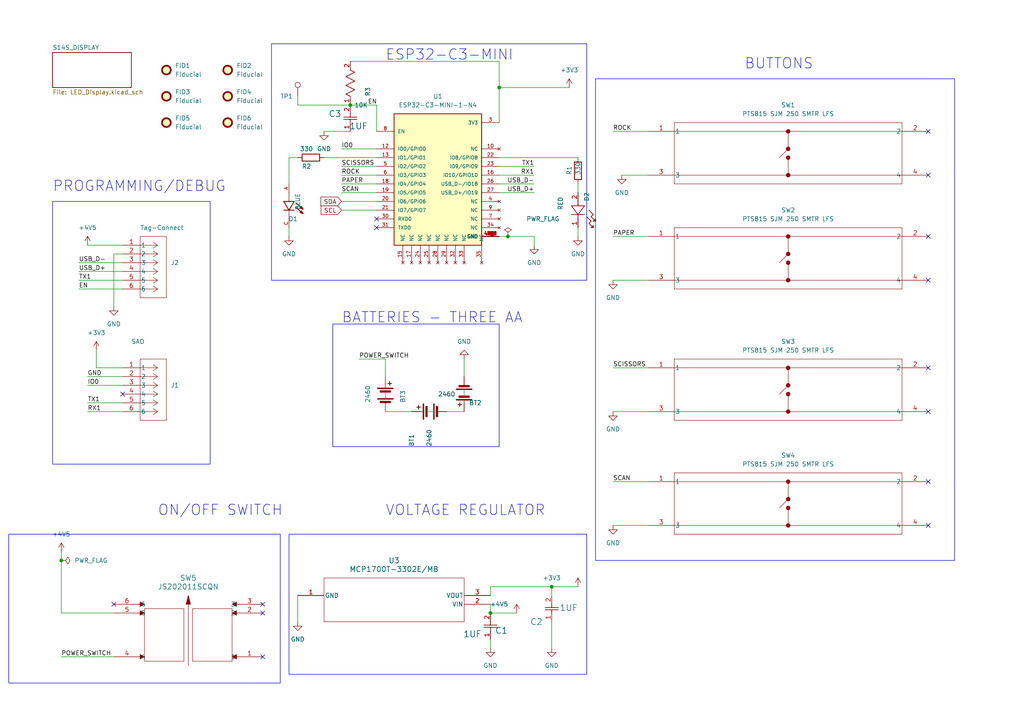
<source format=kicad_sch>
(kicad_sch (version 20240101) (generator "eeschema") (generator_version "8.99")
  (paper "A4")
  (title_block (title "BSides Badge San Diego 2024") (date "2023-12-12") (rev "rps_v4.0.0") (company "Somerset Recon"))
  (lib_symbols
    (symbol "PTS815_SJM_250_SMTR_LFS_1" (pin_names (offset 0.254))
      (property "Reference" "SW" (at 40.64 7.62 0))
      (property "Value" "PTS815 SJM 250 SMTR LFS" (at 40.64 5.08 0))
      (symbol "PTS815_SJM_250_SMTR_LFS_1_1_1"
        (pin passive line (at 0 0 0) (length 7.62) (name "1") (number "1"))
        (pin passive line (at 81.28 0 180) (length 7.62) (name "2") (number "2"))
        (pin passive line (at 0 -12.7 0) (length 7.62) (name "3") (number "3"))
        (pin passive line (at 81.28 -12.7 180) (length 7.62) (name "4") (number "4"))
      )
    )
    (symbol "PTS815_SJM_250_SMTR_LFS_2" (pin_names (offset 0.254))
      (property "Reference" "SW" (at 40.64 7.62 0))
      (property "Value" "PTS815 SJM 250 SMTR LFS" (at 40.64 5.08 0))
      (symbol "PTS815_SJM_250_SMTR_LFS_2_1_1"
        (pin passive line (at 0 0 0) (length 7.62) (name "1") (number "1"))
        (pin passive line (at 81.28 0 180) (length 7.62) (name "2") (number "2"))
        (pin passive line (at 0 -12.7 0) (length 7.62) (name "3") (number "3"))
        (pin passive line (at 81.28 -12.7 180) (length 7.62) (name "4") (number "4"))
      )
    )
    (symbol "PTS815_SJM_250_SMTR_LFS_3" (pin_names (offset 0.254))
      (property "Reference" "SW" (at 40.64 7.62 0))
      (property "Value" "PTS815 SJM 250 SMTR LFS" (at 40.64 5.08 0))
      (symbol "PTS815_SJM_250_SMTR_LFS_3_1_1"
        (pin passive line (at 0 0 0) (length 7.62) (name "1") (number "1"))
        (pin passive line (at 81.28 0 180) (length 7.62) (name "2") (number "2"))
        (pin passive line (at 0 -12.7 0) (length 7.62) (name "3") (number "3"))
        (pin passive line (at 81.28 -12.7 180) (length 7.62) (name "4") (number "4"))
      )
    )
    (symbol "rps_v4.0.0_symbols_library:+3V3" (power) (pin_names (offset 0))
      (property "Value" "+3V3" (at 0 5.08 0))
      (symbol "+3V3_1_1"
        (pin power_in line (at 0 0 90) (length 0) hide (name "+3V3") (number "1"))
      )
    )
    (symbol "rps_v4.0.0_symbols_library:+4V5" (power) (pin_names (offset 0))
      (property "Value" "+4V5" (at 0 5.08 0))
      (symbol "+4V5_1_1"
        (pin power_in line (at 0 0 90) (length 0) hide (name "+4V5") (number "1"))
      )
    )
    (symbol "rps_v4.0.0_symbols_library:2460_AA_Battery_Holder" (pin_numbers hide) (pin_names (offset 0) hide)
      (property "Reference" "BT301" (at 3.81 1.8415 0))
      (property "Value" "2460_AA_Battery_Holder" (at 3.81 -0.6985 0))
      (symbol "2460_AA_Battery_Holder_1_1"
        (pin passive line (at 0 5.08 270) (length 2.54) (name "+") (number "1"))
        (pin passive line (at 0 -5.08 90) (length 2.54) (name "-") (number "2"))
      )
    )
    (symbol "rps_v4.0.0_symbols_library:CAP_0603_1UF" (pin_names (offset 0.254))
      (property "Reference" "C" (at 3.81 3.81 0))
      (property "Value" "1UF" (at 3.81 -3.81 0))
      (symbol "CAP_0603_1UF_1_1"
        (pin passive line (at 0 0 0) (length 2.54) (name "") (number "1"))
        (pin passive line (at 7.62 0 180) (length 2.54) (name "") (number "2"))
      )
      (symbol "CAP_0603_1UF_1_2"
        (pin unspecified line (at 0 0 270) (length 2.54) (name "") (number "1"))
        (pin unspecified line (at 0 -7.62 90) (length 2.54) (name "") (number "2"))
      )
    )
    (symbol "rps_v4.0.0_symbols_library:CONN_02x03_SFH11-PBPC-D03-ST-BK" (pin_names (offset 0.254))
      (property "Reference" "J1" (at 13.97 -5.08 0))
      (property "Value" "Conn_02x03_Counter_Clockwise_MountingPin" (at 2.54 7.62 0))
      (symbol "CONN_02x03_SFH11-PBPC-D03-ST-BK_1_1"
        (pin power_in line (at 0 0 0) (length 5.08) (name "1") (number "1"))
        (pin power_in line (at 0 -2.54 0) (length 5.08) (name "2") (number "2"))
        (pin bidirectional line (at 0 -5.08 0) (length 5.08) (name "3") (number "3"))
        (pin bidirectional line (at 0 -7.62 0) (length 5.08) (name "4") (number "4"))
        (pin bidirectional line (at 0 -10.16 0) (length 5.08) (name "5") (number "5"))
        (pin bidirectional line (at 0 -12.7 0) (length 5.08) (name "6") (number "6"))
      )
    )
    (symbol "rps_v4.0.0_symbols_library:ESP32-C3-MINI-1-N4" (pin_names (offset 1.016))
      (property "Reference" "U" (at -12.7 18.796 0))
      (property "Value" "ESP32-C3-MINI-1-N4" (at -10.16 20.32 0))
      (symbol "ESP32-C3-MINI-1-N4_0_0"
        (pin power_in line (at 17.78 -17.78 180) (length 5.08) (name "GND") (number "14"))
        (pin power_in line (at 17.78 -17.78 180) (length 5.08) (name "GND") (number "11"))
        (pin power_in line (at 17.78 -17.78 180) (length 5.08) (name "GND") (number "2"))
        (pin power_in line (at 17.78 15.24 180) (length 5.08) (name "3V3") (number "3"))
        (pin power_in line (at 17.78 -17.78 180) (length 5.08) (name "GND") (number "38"))
        (pin power_in line (at 17.78 -17.78 180) (length 5.08) (name "GND") (number "41"))
        (pin power_in line (at 17.78 -17.78 180) (length 5.08) (name "GND") (number "42"))
        (pin power_in line (at 17.78 -17.78 180) (length 5.08) (name "GND") (number "48"))
        (pin power_in line (at 17.78 -17.78 180) (length 5.08) (name "GND") (number "37"))
        (pin power_in line (at 17.78 -17.78 180) (length 5.08) (name "GND") (number "49_2"))
        (pin power_in line (at 17.78 -17.78 180) (length 5.08) (name "GND") (number "49_5"))
        (pin power_in line (at 17.78 -17.78 180) (length 5.08) (name "GND") (number "49_6"))
        (pin power_in line (at 17.78 -17.78 180) (length 5.08) (name "GND") (number "49_7"))
        (pin power_in line (at 17.78 -17.78 180) (length 5.08) (name "GND") (number "52"))
        (pin power_in line (at 17.78 -17.78 180) (length 5.08) (name "GND") (number "49_1"))
        (pin power_in line (at 17.78 -17.78 180) (length 5.08) (name "GND") (number "36"))
        (pin power_in line (at 17.78 -17.78 180) (length 5.08) (name "GND") (number "43"))
        (pin power_in line (at 17.78 -17.78 180) (length 5.08) (name "GND") (number "44"))
        (pin power_in line (at 17.78 -17.78 180) (length 5.08) (name "GND") (number "46"))
        (pin power_in line (at 17.78 -17.78 180) (length 5.08) (name "GND") (number "49_8"))
        (pin power_in line (at 17.78 -17.78 180) (length 5.08) (name "GND") (number "49_3"))
        (pin power_in line (at 17.78 -17.78 180) (length 5.08) (name "GND") (number "49_9"))
        (pin power_in line (at 17.78 -17.78 180) (length 5.08) (name "GND") (number "40"))
        (pin power_in line (at 17.78 -17.78 180) (length 5.08) (name "GND") (number "39"))
        (pin power_in line (at 17.78 -17.78 180) (length 5.08) (name "GND") (number "49_4"))
        (pin power_in line (at 17.78 -17.78 180) (length 5.08) (name "GND") (number "50"))
        (pin power_in line (at 17.78 -17.78 180) (length 5.08) (name "GND") (number "51"))
        (pin power_in line (at 17.78 -17.78 180) (length 5.08) (name "GND") (number "47"))
        (pin power_in line (at 17.78 -17.78 180) (length 5.08) (name "GND") (number "53"))
        (pin bidirectional line (at -17.78 -12.7 0) (length 5.08) (name "RXD0") (number "30"))
        (pin bidirectional line (at -17.78 -15.24 0) (length 5.08) (name "TXD0") (number "31"))
        (pin power_in line (at 17.78 -17.78 180) (length 5.08) (name "GND") (number "45"))
        (pin input line (at -17.78 12.7 0) (length 5.08) (name "EN") (number "8"))
      )
      (symbol "ESP32-C3-MINI-1-N4_1_0"
        (pin no_connect line (at 17.78 7.62 180) (length 5.08) (name "NC") (number "10"))
        (pin bidirectional line (at 17.78 5.08 180) (length 5.08) (name "IO8/GPIO8") (number "22"))
        (pin bidirectional line (at 17.78 2.54 180) (length 5.08) (name "IO9/GPIO9") (number "23"))
        (pin bidirectional line (at 17.78 0 180) (length 5.08) (name "IO10/GPIO10") (number "16"))
        (pin bidirectional line (at 17.78 -2.54 180) (length 5.08) (name "USB_D-/IO18") (number "26"))
        (pin bidirectional line (at 17.78 -5.08 180) (length 5.08) (name "USB_D+/IO19") (number "27"))
        (pin no_connect line (at 17.78 -7.62 180) (length 5.08) (name "NC") (number "4"))
        (pin no_connect line (at 17.78 -15.24 180) (length 5.08) (name "NC") (number "34"))
        (pin power_in line (at 17.78 -17.78 180) (length 5.08) (name "GND") (number "1"))
        (pin no_connect line (at 12.7 -25.4 90) (length 5.08) (name "NC") (number "35"))
        (pin no_connect line (at 7.62 -25.4 90) (length 5.08) (name "NC") (number "33"))
        (pin no_connect line (at 5.08 -25.4 90) (length 5.08) (name "NC") (number "32"))
        (pin no_connect line (at 2.54 -25.4 90) (length 5.08) (name "NC") (number "29"))
        (pin no_connect line (at 0 -25.4 90) (length 5.08) (name "NC") (number "28"))
        (pin no_connect line (at -2.54 -25.4 90) (length 5.08) (name "NC") (number "25"))
        (pin no_connect line (at -5.08 -25.4 90) (length 5.08) (name "NC") (number "24"))
        (pin no_connect line (at -7.62 -25.4 90) (length 5.08) (name "NC") (number "17"))
        (pin no_connect line (at -10.16 -25.4 90) (length 5.08) (name "NC") (number "15"))
        (pin bidirectional line (at -17.78 7.62 0) (length 5.08) (name "IO0/GPIO0") (number "12"))
        (pin bidirectional line (at -17.78 5.08 0) (length 5.08) (name "IO1/GPIO1") (number "13"))
        (pin bidirectional line (at -17.78 2.54 0) (length 5.08) (name "IO2/GPIO2") (number "5"))
        (pin bidirectional line (at -17.78 0 0) (length 5.08) (name "IO3/GPIO3") (number "6"))
        (pin no_connect line (at 17.78 -12.7 180) (length 5.08) (name "NC") (number "7"))
        (pin no_connect line (at 17.78 -10.16 180) (length 5.08) (name "NC") (number "9"))
        (pin bidirectional line (at -17.78 -2.54 0) (length 5.08) (name "IO4/GPIO4") (number "18"))
        (pin bidirectional line (at -17.78 -5.08 0) (length 5.08) (name "IO5/GPIO5") (number "19"))
        (pin bidirectional line (at -17.78 -7.62 0) (length 5.08) (name "IO6/GPIO6") (number "20"))
        (pin bidirectional line (at -17.78 -10.16 0) (length 5.08) (name "IO7/GPIO7") (number "21"))
      )
    )
    (symbol "rps_v4.0.0_symbols_library:Fiducial"
      (property "Reference" "FID" (at 0 5.08 0))
      (property "Value" "Fiducial" (at 0 3.175 0))
    )
    (symbol "rps_v4.0.0_symbols_library:GND" (power) (pin_names (offset 0))
      (property "Value" "GND" (at 0 -5.08 0))
      (symbol "GND_1_1"
        (pin power_in line (at 0 0 270) (length 0) hide (name "GND") (number "1"))
      )
    )
    (symbol "rps_v4.0.0_symbols_library:LED_0805_BLUE" (pin_names (offset 1.016))
      (property "Reference" "D" (at -3.81 4.445 0))
      (property "Value" "LED_0805_BLUE" (at -3.81 -3.81 0))
      (symbol "LED_0805_BLUE_0_0"
        (pin passive line (at -7.62 0 0) (length 2.54) (name "~") (number "A"))
        (pin passive line (at 5.08 0 180) (length 2.54) (name "~") (number "C"))
      )
    )
    (symbol "rps_v4.0.0_symbols_library:LED_0805_RED" (pin_names (offset 0.254))
      (property "Reference" "LED" (at 5.08 -4.445 0))
      (property "Value" "Red_LED_0805" (at 5.08 -7.62 0))
      (symbol "LED_0805_RED_1_1"
        (pin passive line (at 10.16 0 180) (length 2.54) (name "") (number "1"))
        (pin passive line (at 0 0 0) (length 2.54) (name "") (number "2"))
      )
      (symbol "LED_0805_RED_1_2"
        (pin unspecified line (at 0 10.16 270) (length 2.54) (name "") (number "1"))
        (pin unspecified line (at 0 0 90) (length 2.54) (name "") (number "2"))
      )
    )
    (symbol "rps_v4.0.0_symbols_library:MCP1700T-3302E_MB" (pin_names (offset 0.254))
      (property "Reference" "U" (at 27.94 10.16 0))
      (property "Value" "MCP1700T-3302E/MB" (at 27.94 7.62 0))
      (symbol "MCP1700T-3302E_MB_1_1"
        (pin power_in line (at 0 0 0) (length 7.62) (name "GND") (number "1"))
        (pin power_in line (at 55.88 -2.54 180) (length 7.62) (name "VIN") (number "2"))
        (pin power_out line (at 55.88 0 180) (length 7.62) (name "VOUT") (number "3"))
      )
    )
    (symbol "rps_v4.0.0_symbols_library:ON_OFF_6PIN_JS202011SCQN" (pin_names (offset 0.254))
      (property "Reference" "SW" (at 6.985 46.355 0))
      (property "Value" "ON_OFF_6PIN_JS202011SCQN" (at 6.35 31.75 0))
      (symbol "ON_OFF_6PIN_JS202011SCQN_0_1"
        (pin unspecified line (at 12.7 0 90) (length 7.62) (name "2") (number "2"))
        (pin unspecified line (at 15.24 0 90) (length 7.62) (name "3") (number "3"))
        (pin unspecified line (at 15.24 43.18 270) (length 7.62) (name "6") (number "6"))
      )
      (symbol "ON_OFF_6PIN_JS202011SCQN_1_1"
        (pin bidirectional line (at 0 0 90) (length 7.62) (name "1") (number "1"))
        (pin bidirectional line (at 0 43.18 270) (length 7.62) (name "4") (number "4"))
        (pin power_in line (at 12.7 43.18 270) (length 7.62) (name "5") (number "5"))
      )
    )
    (symbol "rps_v4.0.0_symbols_library:PTS815_SJM_250_SMTR_LFS" (pin_names (offset 0.254))
      (property "Reference" "SW" (at 40.64 7.62 0))
      (property "Value" "PTS815 SJM 250 SMTR LFS" (at 40.64 5.08 0))
      (symbol "PTS815_SJM_250_SMTR_LFS_1_1"
        (pin passive line (at 0 0 0) (length 7.62) (name "1") (number "1"))
        (pin passive line (at 81.28 0 180) (length 7.62) (name "2") (number "2"))
        (pin passive line (at 0 -12.7 0) (length 7.62) (name "3") (number "3"))
        (pin passive line (at 81.28 -12.7 180) (length 7.62) (name "4") (number "4"))
      )
    )
    (symbol "rps_v4.0.0_symbols_library:PWR_FLAG" (power) (pin_numbers hide) (pin_names (offset 0) hide)
      (property "Value" "PWR_FLAG" (at 0 5.08 0))
      (symbol "PWR_FLAG_0_0"
        (pin power_out line (at 0 0 90) (length 0) (name "pwr") (number "1"))
      )
    )
    (symbol "rps_v4.0.0_symbols_library:RES_0805_10K" (pin_names (offset 0.254))
      (property "Reference" "R" (at 5.715 3.81 0))
      (property "Value" "10K" (at 6.35 -3.81 0))
      (symbol "RES_0805_10K_1_1"
        (pin passive line (at 0 0 0) (length 2.54) (name "") (number "1"))
        (pin passive line (at 12.7 0 180) (length 2.54) (name "") (number "2"))
      )
      (symbol "RES_0805_10K_1_2"
        (pin unspecified line (at 0 12.7 270) (length 2.54) (name "") (number "1"))
        (pin unspecified line (at 0 0 90) (length 2.54) (name "") (number "2"))
      )
    )
    (symbol "rps_v4.0.0_symbols_library:R_0805" (pin_numbers hide) (pin_names (offset 0))
      (property "Reference" "R6" (at 2.54 -5.08 0))
      (symbol "R_0805_1_1"
        (pin passive line (at 0 0 270) (length 1.27) (name "~") (number "1"))
        (pin passive line (at 0 -7.62 90) (length 1.27) (name "~") (number "2"))
      )
    )
    (symbol "rps_v4.0.0_symbols_library:Tag-Connect" (pin_names (offset 0.254)) (in_bom no)
      (property "Reference" "J" (at 8.89 6.35 0))
      (property "Value" "Tag-Connect" (at 0 7.62 0))
      (symbol "Tag-Connect_1_1"
        (pin power_in line (at 0 0 0) (length 5.08) (name "1") (number "1"))
        (pin power_in line (at 0 -2.54 0) (length 5.08) (name "2") (number "2"))
        (pin bidirectional line (at 0 -5.08 0) (length 5.08) (name "3") (number "3"))
        (pin bidirectional line (at 0 -7.62 0) (length 5.08) (name "4") (number "4"))
        (pin bidirectional line (at 0 -10.16 0) (length 5.08) (name "5") (number "5"))
        (pin bidirectional line (at 0 -12.7 0) (length 5.08) (name "6") (number "6"))
      )
    )
    (symbol "rps_v4.0.0_symbols_library:TestPoint" (pin_numbers hide) (pin_names (offset 0.762) hide)
      (property "Reference" "TP" (at 0 6.858 0))
      (property "Value" "TestPoint" (at 0 5.08 0))
      (symbol "TestPoint_1_1"
        (pin passive line (at 0 0 90) (length 2.54) (name "1") (number "1"))
      )
    )
  )
  (rectangle (start 83.82 154.94) (end 170.18 195.58))
  (rectangle (start 15.24 58.42) (end 60.96 134.62))
  (rectangle (start 172.72 22.86) (end 276.86 162.56))
  (rectangle (start 78.74 12.7) (end 170.18 81.28))
  (rectangle (start 2.54 154.94) (end 81.28 198.12))
  (rectangle (start 96.52 93.98) (end 144.78 129.54))
  (text "ESP32-C3-MINI" (at 111.76 17.78 0) (effects (font (size 3 3)) (justify left bottom)))
  (text "ON/OFF SWITCH" (at 45.72 149.86 0) (effects (font (size 3 3)) (justify left bottom)))
  (text "VOLTAGE REGULATOR" (at 111.76 149.86 0) (effects (font (size 3 3)) (justify left bottom)))
  (text "BUTTONS" (at 215.9 20.32 0) (effects (font (size 3 3)) (justify left bottom)))
  (text "BATTERIES - THREE AA" (at 99.06 93.98 0) (effects (font (size 3 3)) (justify left bottom)))
  (text "PROGRAMMING/DEBUG" (at 15.24 55.88 0) (effects (font (size 3 3)) (justify left bottom)))
  (text_box "Booting Mode 1\nPin Default SPI Boot Download Boot\nGPIO2 N/A 1 1\nGPIO8 N/A Don't care 1\nGPIO9 Internal pull-up 1 0\nEnabling/Disabling ROM Code Print During Booting\nPin Default Functionality\nGPIO8 N/A\nWhen the value of eFuse field EFUSE_UART_PRINT_CONTROL is\n0 (default), print is enabled and not controlled by GPIO8.\n1, if GPIO8 is 0, print is enabled; if GPIO8 is 1, it is disabled.\n2, if GPIO8 is 0, print is disabled; if GPIO8 is 1, it is enabled.\n3, print is disabled and not controlled by GPIO8." (at -165.1 20.32 0) (size 71.12 33.02) (margins 0.9525 0.9525 0.9525 0.9525) (effects (font (size 1.27 1.27)) (justify left top)))
  (junction (at 144.78 25.4))
  (junction (at 142.24 177.8))
  (junction (at 17.78 162.56))
  (junction (at 101.6 30.48))
  (junction (at 160.02 170.18))
  (junction (at 147.32 68.58))
  (no_connect (at 269.24 50.8))
  (no_connect (at 269.24 81.28))
  (no_connect (at 33.02 175.26))
  (no_connect (at 76.2 177.8))
  (no_connect (at 76.2 190.5))
  (no_connect (at 76.2 175.26))
  (no_connect (at 269.24 68.58))
  (no_connect (at 269.24 119.38))
  (no_connect (at 269.24 106.68))
  (no_connect (at 109.22 63.5))
  (no_connect (at 35.56 114.3))
  (no_connect (at 269.24 38.1))
  (no_connect (at 269.24 152.4))
  (no_connect (at 109.22 66.04))
  (no_connect (at 269.24 139.7))
  (wire (pts (xy 22.86 78.74) (xy 35.56 78.74)))
  (wire (pts (xy 144.78 50.8) (xy 154.94 50.8)))
  (wire (pts (xy 177.8 139.7) (xy 187.96 139.7)))
  (wire (pts (xy 93.98 45.72) (xy 109.22 45.72)))
  (wire (pts (xy 86.36 30.48) (xy 101.6 30.48)))
  (wire (pts (xy 144.78 25.4) (xy 165.1 25.4)))
  (wire (pts (xy 25.4 109.22) (xy 35.56 109.22)))
  (wire (pts (xy 160.02 187.96) (xy 160.02 180.34)))
  (wire (pts (xy 101.6 17.78) (xy 144.78 17.78)))
  (wire (pts (xy 25.4 119.38) (xy 35.56 119.38)))
  (wire (pts (xy 99.06 55.88) (xy 109.22 55.88)))
  (wire (pts (xy 99.06 43.18) (xy 109.22 43.18)))
  (wire (pts (xy 93.98 38.1) (xy 101.6 38.1)))
  (wire (pts (xy 177.8 106.68) (xy 187.96 106.68)))
  (wire (pts (xy 27.94 101.6) (xy 27.94 106.68)))
  (wire (pts (xy 99.06 53.34) (xy 109.22 53.34)))
  (wire (pts (xy 17.78 160.02) (xy 17.78 162.56)))
  (wire (pts (xy 142.24 170.18) (xy 142.24 172.72)))
  (wire (pts (xy 144.78 55.88) (xy 154.94 55.88)))
  (wire (pts (xy 154.94 68.58) (xy 154.94 71.12)))
  (wire (pts (xy 22.86 83.82) (xy 35.56 83.82)))
  (wire (pts (xy 180.34 50.8) (xy 187.96 50.8)))
  (wire (pts (xy 111.76 119.38) (xy 119.38 119.38)))
  (wire (pts (xy 99.06 48.26) (xy 109.22 48.26)))
  (wire (pts (xy 25.4 71.12) (xy 35.56 71.12)))
  (wire (pts (xy 167.64 66.04) (xy 167.64 68.58)))
  (wire (pts (xy 22.86 81.28) (xy 35.56 81.28)))
  (wire (pts (xy 177.8 119.38) (xy 187.96 119.38)))
  (wire (pts (xy 147.32 68.58) (xy 154.94 68.58)))
  (wire (pts (xy 99.06 50.8) (xy 109.22 50.8)))
  (wire (pts (xy 160.02 170.18) (xy 160.02 172.72)))
  (wire (pts (xy 109.22 58.42) (xy 99.06 58.42)))
  (wire (pts (xy 27.94 106.68) (xy 35.56 106.68)))
  (wire (pts (xy 17.78 177.8) (xy 33.02 177.8)))
  (wire (pts (xy 109.22 60.96) (xy 99.06 60.96)))
  (wire (pts (xy 86.36 27.94) (xy 86.36 30.48)))
  (wire (pts (xy 86.36 180.34) (xy 86.36 172.72)))
  (wire (pts (xy 142.24 177.8) (xy 142.24 175.26)))
  (wire (pts (xy 111.76 109.22) (xy 111.76 104.14)))
  (wire (pts (xy 134.62 109.22) (xy 134.62 104.14)))
  (wire (pts (xy 25.4 111.76) (xy 35.56 111.76)))
  (wire (pts (xy 144.78 45.72) (xy 167.64 45.72)))
  (wire (pts (xy 142.24 187.96) (xy 142.24 185.42)))
  (wire (pts (xy 142.24 177.8) (xy 149.86 177.8)))
  (wire (pts (xy 109.22 30.48) (xy 109.22 38.1)))
  (wire (pts (xy 104.14 104.14) (xy 111.76 104.14)))
  (wire (pts (xy 177.8 38.1) (xy 187.96 38.1)))
  (wire (pts (xy 83.82 66.04) (xy 83.82 68.58)))
  (wire (pts (xy 167.64 55.88) (xy 167.64 53.34)))
  (wire (pts (xy 25.4 116.84) (xy 35.56 116.84)))
  (wire (pts (xy 144.78 25.4) (xy 144.78 35.56)))
  (wire (pts (xy 33.02 190.5) (xy 17.78 190.5)))
  (wire (pts (xy 142.24 170.18) (xy 160.02 170.18)))
  (wire (pts (xy 17.78 162.56) (xy 17.78 177.8)))
  (wire (pts (xy 101.6 30.48) (xy 109.22 30.48)))
  (wire (pts (xy 144.78 53.34) (xy 154.94 53.34)))
  (wire (pts (xy 177.8 81.28) (xy 187.96 81.28)))
  (wire (pts (xy 144.78 17.78) (xy 144.78 25.4)))
  (wire (pts (xy 22.86 76.2) (xy 35.56 76.2)))
  (wire (pts (xy 83.82 45.72) (xy 86.36 45.72)))
  (wire (pts (xy 144.78 48.26) (xy 154.94 48.26)))
  (wire (pts (xy 33.02 73.66) (xy 35.56 73.66)))
  (wire (pts (xy 160.02 170.18) (xy 167.64 170.18)))
  (wire (pts (xy 144.78 68.58) (xy 147.32 68.58)))
  (wire (pts (xy 177.8 68.58) (xy 187.96 68.58)))
  (wire (pts (xy 33.02 73.66) (xy 33.02 88.9)))
  (wire (pts (xy 177.8 152.4) (xy 187.96 152.4)))
  (wire (pts (xy 83.82 45.72) (xy 83.82 53.34)))
  (wire (pts (xy 129.54 119.38) (xy 134.62 119.38)))
  (label "SCISSORS" (at 99.06 48.26 0))
  (label "RX1" (at 25.4 119.38 0))
  (label "PAPER" (at 177.8 68.58 0))
  (label "PAPER" (at 99.06 53.34 0))
  (label "EN" (at 106.68 30.48 0))
  (label "ROCK" (at 177.8 38.1 0))
  (label "TX1" (at 154.94 48.26 180))
  (label "USB_D+" (at 22.86 78.74 0))
  (label "USB_D-" (at 22.86 76.2 0))
  (label "POWER_SWITCH" (at 17.78 190.5 0))
  (label "TX1" (at 25.4 116.84 0))
  (label "GND" (at 25.4 109.22 0))
  (label "SCAN" (at 177.8 139.7 0))
  (label "TX1" (at 22.86 81.28 0))
  (label "SCAN" (at 99.06 55.88 0))
  (label "ROCK" (at 99.06 50.8 0))
  (label "USB_D-" (at 154.94 53.34 180))
  (label "IO0" (at 25.4 111.76 0))
  (label "POWER_SWITCH" (at 104.14 104.14 0))
  (label "USB_D+" (at 154.94 55.88 180))
  (label "RX1" (at 154.94 50.8 180))
  (label "SCISSORS" (at 177.8 106.68 0))
  (label "IO0" (at 99.06 43.18 0))
  (label "EN" (at 22.86 83.82 0))
  (global_label "SCL" (shape input) (at 99.06 60.96 180) (property "Intersheetrefs" "${INTERSHEET_REFS}" (effects (hide yes))))
  (global_label "SDA" (shape input) (at 99.06 58.42 180) (property "Intersheetrefs" "${INTERSHEET_REFS}" (effects (hide yes))))
  (symbol (lib_id "rps_v4.0.0_symbols_library:Fiducial") (at 48.26 35.56 0) (unit 1)
    (property "Reference" "FID5" (at 50.8 34.29 0) (effects (justify left)))
    (property "Value" "Fiducial" (at 50.8 36.83 0) (effects (justify left)))
    (property "Footprint" "rps_v4.0_footprint_library:Fiducial_0.75mm_Mask2.25mm" (effects (hide yes)))
  )
  (symbol (lib_id "rps_v4.0.0_symbols_library:Fiducial") (at 48.26 27.94 0) (unit 1)
    (property "Reference" "FID3" (at 50.8 26.67 0) (effects (justify left)))
    (property "Value" "Fiducial" (at 50.8 29.21 0) (effects (justify left)))
    (property "Footprint" "rps_v4.0_footprint_library:Fiducial_0.75mm_Mask2.25mm" (effects (hide yes)))
  )
  (symbol (lib_id "rps_v4.0.0_symbols_library:GND") (at 86.36 180.34 0) (unit 1)
    (property "Reference" "#PWR019" (effects (hide yes)))
    (property "Value" "GND" (at 86.36 185.42 0))
  )
  (symbol (lib_id "rps_v4.0.0_symbols_library:PWR_FLAG") (at 17.78 162.56 270) (unit 1)
    (property "Reference" "#FLG02" (effects (hide yes)))
    (property "Value" "PWR_FLAG" (at 21.59 162.56 90) (effects (justify left)))
  )
  (symbol (lib_id "rps_v4.0.0_symbols_library:+3V3") (at 167.64 170.18 0) (unit 1)
    (property "Reference" "#PWR023" (effects (hide yes)))
    (property "Value" "+3V3" (at 160.02 167.64 0))
  )
  (symbol (lib_id "rps_v4.0.0_symbols_library:ON_OFF_6PIN_JS202011SCQN") (at 76.2 190.5 90) (unit 1)
    (property "Reference" "SW5" (at 54.61 167.64 90) (effects (font (size 1.524 1.524))))
    (property "Value" "JS202011SCQN" (at 54.61 170.18 90) (effects (font (size 1.524 1.524))))
    (property "Footprint" "rps_v4.0_footprint_library:ON_OFF_SW_JS202011SCQN" (effects (hide yes)))
    (property "Datasheet" "https://www.ckswitches.com/media/1422/js.pdf" (effects (hide yes)))
    (property "Price" ".47" (effects (hide yes)))
    (property "Purchase-URL" "https://www.digikey.com/en/products/detail/c-k/JS202011SCQN/2094299" (effects (hide yes)))
    (property "SnapEDA_Link" "https://www.digikey.com/en/models/2094299" (effects (hide yes)))
  )
  (symbol (lib_id "rps_v4.0.0_symbols_library:Fiducial") (at 66.04 20.32 0) (unit 1)
    (property "Reference" "FID2" (at 68.58 19.05 0) (effects (justify left)))
    (property "Value" "Fiducial" (at 68.58 21.59 0) (effects (justify left)))
    (property "Footprint" "rps_v4.0_footprint_library:Fiducial_0.75mm_Mask2.25mm" (effects (hide yes)))
  )
  (symbol (lib_id "rps_v4.0.0_symbols_library:LED_0805_RED") (at 167.64 55.88 270) (unit 1)
    (property "Reference" "D2" (at 170.18 58.42 0) (effects (justify right)))
    (property "Value" "RED" (at 162.56 60.96 0) (effects (justify right)))
    (property "Footprint" "rps_v4.0_footprint_library:LED_0805_Red" (effects (hide yes)))
    (property "Datasheet" "https://dammedia.osram.info/media/resource/hires/osram-dam-5178068/LS%20R976_EN.pdf" (effects (hide yes)))
    (property "Price" ".063" (effects (hide yes)))
    (property "Purchase-URL" "https://www.digikey.com/en/products/detail/ams-osram-usa-inc/LS-R976-NR-1/1227987" (effects (hide yes)))
    (property "SnapEDA_Link" "https://www.digikey.com/en/models/1227987" (effects (hide yes)))
  )
  (symbol (lib_id "rps_v4.0.0_symbols_library:GND") (at 142.24 187.96 0) (unit 1)
    (property "Reference" "#PWR017" (effects (hide yes)))
    (property "Value" "GND" (at 142.24 193.04 0))
  )
  (symbol (lib_id "rps_v4.0.0_symbols_library:PTS815_SJM_250_SMTR_LFS") (at 187.96 139.7 0) (unit 1)
    (property "Reference" "SW4" (at 228.6 132.08 0))
    (property "Value" "PTS815 SJM 250 SMTR LFS" (at 228.6 134.62 0))
    (property "Footprint" "rps_v4.0_footprint_library:PTS815_button" (effects (hide yes)))
    (property "Datasheet" "https://www.ckswitches.com/media/2728/pts815.pdf" (effects (hide yes)))
    (property "Price" ".12" (effects (hide yes)))
    (property "Purchase-URL" "https://www.digikey.com/en/products/detail/c-k/PTS815-SJM-250-SMTR-LFS/9947846" (effects (hide yes)))
    (property "SnapEDA_Link" "https://www.digikey.com/en/models/9947846" (effects (hide yes)))
    (property "MANUFACTURER" "C&K" (effects (hide yes)))
  )
  (symbol (lib_id "rps_v4.0.0_symbols_library:PWR_FLAG") (at 147.32 68.58 0) (unit 1)
    (property "Reference" "#FLG03" (effects (hide yes)))
    (property "Value" "PWR_FLAG" (at 157.48 63.5 0))
  )
  (symbol (lib_id "rps_v4.0.0_symbols_library:GND") (at 93.98 38.1 0) (unit 1)
    (property "Reference" "#PWR05" (effects (hide yes)))
    (property "Value" "GND" (at 93.98 43.18 0))
  )
  (symbol (lib_id "rps_v4.0.0_symbols_library:+4V5") (at 17.78 160.02 0) (unit 1)
    (property "Reference" "#PWR011" (effects (hide yes)))
    (property "Value" "+4V5" (at 17.78 154.94 0))
  )
  (symbol (lib_id "rps_v4.0.0_symbols_library:GND") (at 160.02 187.96 0) (unit 1)
    (property "Reference" "#PWR012" (effects (hide yes)))
    (property "Value" "GND" (at 160.02 193.04 0))
  )
  (symbol (lib_id "rps_v4.0.0_symbols_library:+4V5") (at 25.4 71.12 0) (unit 1)
    (property "Reference" "#PWR01" (effects (hide yes)))
    (property "Value" "+4V5" (at 25.4 66.04 0))
  )
  (symbol (lib_id "rps_v4.0.0_symbols_library:GND") (at 154.94 71.12 0) (unit 1)
    (property "Reference" "#PWR08" (effects (hide yes)))
    (property "Value" "GND" (at 154.94 76.2 0))
  )
  (symbol (lib_id "rps_v4.0.0_symbols_library:CAP_0603_1UF") (at 101.6 38.1 90) (unit 1)
    (property "Reference" "C3" (at 99.06 33.02 90) (effects (font (size 1.778 1.778)) (justify left)))
    (property "Value" "1UF" (at 106.68 35.56 90) (effects (font (size 1.778 1.778)) (justify left bottom)))
    (property "Footprint" "rps_v4.0_footprint_library:CAP_0603_1UF" (effects (hide yes)))
    (property "Datasheet" "https://mm.digikey.com/Volume0/opasdata/d220001/medias/docus/3584/CL10B105KP8NNNC_Spec.pdf" (effects (hide yes)))
  )
  (symbol (lib_id "rps_v4.0.0_symbols_library:Fiducial") (at 66.04 35.56 0) (unit 1)
    (property "Reference" "FID6" (at 68.58 34.29 0) (effects (justify left)))
    (property "Value" "Fiducial" (at 68.58 36.83 0) (effects (justify left)))
    (property "Footprint" "rps_v4.0_footprint_library:Fiducial_0.75mm_Mask2.25mm" (effects (hide yes)))
  )
  (symbol (lib_id "rps_v4.0.0_symbols_library:Tag-Connect") (at 35.56 71.12 0) (unit 1) (in_bom no)
    (property "Reference" "J2" (at 49.53 76.2 0) (effects (justify left)))
    (property "Value" "Tag-Connect" (at 40.64 66.04 0) (effects (justify left)))
    (property "Footprint" "rps_v4.0_footprint_library:Tag-Connect_TC2030-IDC-NL_2x03_P1.27mm_Vertical" (effects (hide yes)))
    (property "Datasheet" "https://www.tag-connect.com/product/tc2030-idc-nl" (effects (hide yes)))
    (property "Price" "N/A" (effects (hide yes)))
  )
  (symbol (lib_id "rps_v4.0.0_symbols_library:ESP32-C3-MINI-1-N4") (at 127 50.8 0) (unit 1)
    (property "Reference" "U1" (at 127 27.94 0))
    (property "Value" "ESP32-C3-MINI-1-N4" (at 127 30.48 0))
    (property "Footprint" "rps_v4.0_footprint_library:ESP32-C3-MINI-1-N4" (effects (hide yes)))
    (property "Datasheet" "https://www.espressif.com/sites/default/files/documentation/esp32-c3-mini-1_datasheet_en.pdf" (effects (hide yes)))
    (property "Description" "\nBluetooth, WiFi 802.11b/g/n, Bluetooth v5.0 Transceiver Module 2.412GHz ~ 2.484GHz PCB Trace Surface Mount\n" (effects (hide yes)))
    (property "MF" "Espressif Systems" (effects (hide yes)))
    (property "MAXIMUM_PACKAGE_HEIGHT" "2.55mm" (effects (hide yes)))
    (property "Package" "SMD-53 Espressif Systems" (effects (hide yes)))
    (property "Price" "1.80" (effects (hide yes)))
    (property "Check_prices" "https://www.snapeda.com/parts/ESP32-C3-MINI-1-N4/Espressif+Systems/view-part/?ref=eda" (effects (hide yes)))
    (property "STANDARD" "Manufacturer Recommendations" (effects (hide yes)))
    (property "PARTREV" "v1.0" (effects (hide yes)))
    (property "SnapEDA_Link" "https://www.snapeda.com/parts/ESP32-C3-MINI-1-N4/Espressif+Systems/view-part/?ref=snap" (effects (hide yes)))
    (property "MP" "ESP32-C3-MINI-1-N4" (effects (hide yes)))
    (property "Purchase-URL" "https://www.snapeda.com/api/url_track_click_mouser/?unipart_id=5656579&manufacturer=Espressif Systems&part_name=ESP32-C3-MINI-1-N4&search_term=esp32-c3-mini" (effects (hide yes)))
    (property "Availability" "In Stock" (effects (hide yes)))
    (property "MANUFACTURER" "Espressif Systems" (effects (hide yes)))
  )
  (symbol (lib_id "rps_v4.0.0_symbols_library:LED_0805_BLUE") (at 83.82 60.96 270) (unit 1)
    (property "Reference" "D1" (at 86.36 63.5 90) (effects (justify right)))
    (property "Value" "BLUE" (at 86.36 60.96 0) (effects (justify right)))
    (property "Footprint" "rps_v4.0_footprint_library:LED_0805_BLUE" (effects (hide yes)))
    (property "Datasheet" "https://optoelectronics.liteon.com/upload/download/DS22-2000-233/LTST-C171TBKT(0630).pdf" (effects (hide yes)))
    (property "Price" ".11" (effects (hide yes)))
    (property "Purchase-URL" "https://www.digikey.com/en/products/detail/liteon/LTST-C171TBKT/388528" (effects (hide yes)))
    (property "SnapEDA_Link" "https://www.digikey.com/en/models/388528" (effects (hide yes)))
    (property "MF" "Lite-On Inc." (effects (hide yes)))
    (property "DESCRIPTION" "Blue 470nm LED Indication - Discrete 3.3V 0805 (2012 Metric)" (effects (hide yes)))
    (property "PACKAGE" "0805 Lite-On" (effects (hide yes)))
    (property "PRICE" "None" (effects (hide yes)))
    (property "MP" "LTST-C171TBKT" (effects (hide yes)))
    (property "AVAILABILITY" "In Stock" (effects (hide yes)))
    (property "PURCHASE-URL" "https://pricing.snapeda.com/search/part/LTST-C171TBKT/?ref=eda" (effects (hide yes)))
  )
  (symbol (lib_id "rps_v4.0.0_symbols_library:TestPoint") (at 86.36 27.94 0) (unit 1)
    (property "Reference" "TP1" (at 81.28 27.94 0) (effects (justify left)))
    (property "Value" "TestPoint" (effects (hide yes)))
    (property "Footprint" "rps_v4.0_footprint_library:SolderWirePad_1x01_SMD_1x2mm" (effects (hide yes)))
  )
  (symbol (lib_id "rps_v4.0.0_symbols_library:+4V5") (at 149.86 177.8 0) (unit 1)
    (property "Reference" "#PWR021" (effects (hide yes)))
    (property "Value" "+4V5" (at 144.78 175.26 0))
  )
  (symbol (lib_id "rps_v4.0.0_symbols_library:R_0805") (at 93.98 45.72 270) (unit 1)
    (property "Reference" "R2" (at 88.9 48.26 90))
    (property "Value" "330" (at 88.9 43.18 90))
    (property "Footprint" "rps_v4.0_footprint_library:R-0805" (effects (hide yes)))
    (property "Datasheet" "https://www.seielect.com/catalog/sei-rmcf_rmcp.pdf" (effects (hide yes)))
    (property "Price" ".005" (effects (hide yes)))
    (property "Purchase-URL" "https://www.digikey.com/en/products/detail/stackpole-electronics-inc/RMCF0805JT10K0/1757762" (effects (hide yes)))
    (property "SnapEDA_Link" "https://www.digikey.com/en/models/1757762" (effects (hide yes)))
  )
  (symbol (lib_id "rps_v4.0.0_symbols_library:CONN_02x03_SFH11-PBPC-D03-ST-BK") (at 35.56 106.68 0) (unit 1)
    (property "Reference" "J1" (at 49.53 111.76 0) (effects (justify left)))
    (property "Value" "SAO" (at 38.1 99.06 0) (effects (justify left)))
    (property "Footprint" "rps_v4.0_footprint_library:SAO_CONN6_D03-ST-BK_SUL" (effects (hide yes)))
    (property "Datasheet" "https://s3.amazonaws.com/catalogspreads-pdf/PAGE123%20.100%20SFH11%20SERIES%20FEMALE%20HDR%20ST%20RA.pdf" (effects (hide yes)))
    (property "Price" ".42" (effects (hide yes)))
    (property "Purchase-URL" "https://www.digikey.com/en/products/detail/sullins-connector-solutions/SFH11-NBPC-D03-ST-BK/4558818" (effects (hide yes)))
    (property "SnapEDA_Link" "https://www.digikey.com/en/models/4558878" (effects (hide yes)))
  )
  (symbol (lib_id "rps_v4.0.0_symbols_library:GND") (at 180.34 50.8 0) (unit 1)
    (property "Reference" "#PWR013" (effects (hide yes)))
    (property "Value" "GND" (at 180.34 55.88 0))
  )
  (symbol (lib_id "rps_v4.0.0_symbols_library:+3V3") (at 165.1 25.4 0) (unit 1)
    (property "Reference" "#PWR03" (effects (hide yes)))
    (property "Value" "+3V3" (at 165.1 20.32 0))
  )
  (symbol (lib_id "rps_v4.0.0_symbols_library:RES_0805_10K") (at 101.6 30.48 90) (unit 1)
    (property "Reference" "R3" (at 106.68 27.94 0) (effects (justify left)))
    (property "Value" "10K" (at 106.68 30.48 90) (effects (justify left)))
    (property "Footprint" "rps_v4.0_footprint_library:RES_0805_10K" (effects (hide yes)))
    (property "Datasheet" "https://www.seielect.com/catalog/sei-rmcf_rmcp.pdf" (effects (hide yes)))
    (property "Price" ".005" (effects (hide yes)))
    (property "Purchase-URL" "https://www.digikey.com/en/products/detail/stackpole-electronics-inc/RMCF0805JT10K0/1757762" (effects (hide yes)))
    (property "SnapEDA_Link" "https://www.digikey.com/en/models/1757762" (effects (hide yes)))
  )
  (symbol (lib_name "PTS815_SJM_250_SMTR_LFS_1") (lib_id "rps_v4.0.0_symbols_library:PTS815_SJM_250_SMTR_LFS") (at 187.96 38.1 0) (unit 1)
    (property "Reference" "SW1" (at 228.6 30.48 0))
    (property "Value" "PTS815 SJM 250 SMTR LFS" (at 228.6 33.02 0))
    (property "Footprint" "rps_v4.0_footprint_library:PTS815_button" (effects (hide yes)))
    (property "Datasheet" "https://www.ckswitches.com/media/2728/pts815.pdf" (effects (hide yes)))
    (property "Price" ".12" (effects (hide yes)))
    (property "Purchase-URL" "https://www.digikey.com/en/products/detail/c-k/PTS815-SJM-250-SMTR-LFS/9947846" (effects (hide yes)))
    (property "SnapEDA_Link" "https://www.digikey.com/en/models/9947846" (effects (hide yes)))
    (property "MANUFACTURER" "C&K" (effects (hide yes)))
  )
  (symbol (lib_id "rps_v4.0.0_symbols_library:CAP_0603_1UF") (at 160.02 180.34 90) (unit 1)
    (property "Reference" "C2" (at 157.48 180.34 90) (effects (font (size 1.778 1.778)) (justify left)))
    (property "Value" "1UF" (at 167.64 175.26 90) (effects (font (size 1.778 1.778)) (justify left bottom)))
    (property "Footprint" "rps_v4.0_footprint_library:CAP_0603_1UF" (effects (hide yes)))
    (property "Datasheet" "https://mm.digikey.com/Volume0/opasdata/d220001/medias/docus/3584/CL10B105KP8NNNC_Spec.pdf" (effects (hide yes)))
  )
  (symbol (lib_id "rps_v4.0.0_symbols_library:GND") (at 134.62 104.14 180) (unit 1)
    (property "Reference" "#PWR04" (effects (hide yes)))
    (property "Value" "GND" (at 134.62 99.06 0))
  )
  (symbol (lib_id "rps_v4.0.0_symbols_library:GND") (at 177.8 81.28 0) (unit 1)
    (property "Reference" "#PWR014" (effects (hide yes)))
    (property "Value" "GND" (at 177.8 86.36 0))
  )
  (symbol (lib_id "rps_v4.0.0_symbols_library:GND") (at 83.82 68.58 0) (unit 1)
    (property "Reference" "#PWR026" (effects (hide yes)))
    (property "Value" "GND" (at 83.82 73.66 0))
  )
  (symbol (lib_id "rps_v4.0.0_symbols_library:2460_AA_Battery_Holder") (at 111.76 114.3 0) (unit 1)
    (property "Reference" "BT3" (at 116.84 116.84 90) (effects (justify left)))
    (property "Value" "2460" (at 106.68 116.84 90) (effects (justify left)))
    (property "Footprint" "rps_v4.0_footprint_library:BatteryHolder_Keystone_2460_1xAANO_HOLES" (effects (hide yes)))
    (property "Datasheet" "https://www.keyelco.com/userAssets/file/M65p28.pdf" (effects (hide yes)))
    (property "Description" "Battery Holder for the AA batteries to power the board." (effects (hide yes)))
    (property "Price" ".70" (effects (hide yes)))
    (property "Purchase-URL" "https://www.digikey.com/en/products/detail/keystone-electronics/2460/280629" (effects (hide yes)))
    (property "SnapEDA_Link" "https://www.digikey.com/en/models/280629" (effects (hide yes)))
    (property "MANUFACTURER" "Keystone Electronics" (effects (hide yes)))
    (property "MAXIMUM_PACKAGE_HEIGHT" "13.89mm" (effects (hide yes)))
  )
  (symbol (lib_id "rps_v4.0.0_symbols_library:R_0805") (at 167.64 53.34 180) (unit 1)
    (property "Reference" "R1" (at 165.1 50.8 90) (effects (justify right)))
    (property "Value" "330" (at 167.64 50.8 90) (effects (justify right)))
    (property "Footprint" "rps_v4.0_footprint_library:R-0805" (effects (hide yes)))
    (property "Datasheet" "https://www.seielect.com/catalog/sei-rmcf_rmcp.pdf" (effects (hide yes)))
    (property "Price" ".005" (effects (hide yes)))
    (property "Purchase-URL" "https://www.digikey.com/en/products/detail/stackpole-electronics-inc/RMCF0805JT10K0/1757762" (effects (hide yes)))
    (property "SnapEDA_Link" "https://www.digikey.com/en/models/1757762" (effects (hide yes)))
  )
  (symbol (lib_name "PTS815_SJM_250_SMTR_LFS_3") (lib_id "rps_v4.0.0_symbols_library:PTS815_SJM_250_SMTR_LFS") (at 187.96 106.68 0) (unit 1)
    (property "Reference" "SW3" (at 228.6 99.06 0))
    (property "Value" "PTS815 SJM 250 SMTR LFS" (at 228.6 101.6 0))
    (property "Footprint" "rps_v4.0_footprint_library:PTS815_button" (effects (hide yes)))
    (property "Datasheet" "https://www.ckswitches.com/media/2728/pts815.pdf" (effects (hide yes)))
    (property "Price" ".12" (effects (hide yes)))
    (property "Purchase-URL" "https://www.digikey.com/en/products/detail/c-k/PTS815-SJM-250-SMTR-LFS/9947846" (effects (hide yes)))
    (property "SnapEDA_Link" "https://www.digikey.com/en/models/9947846" (effects (hide yes)))
    (property "MANUFACTURER" "C&K" (effects (hide yes)))
  )
  (symbol (lib_id "rps_v4.0.0_symbols_library:2460_AA_Battery_Holder") (at 134.62 114.3 180) (unit 1)
    (property "Reference" "BT2" (at 139.7 116.84 0) (effects (justify left)))
    (property "Value" "2460" (at 132.08 114.3 0) (effects (justify left)))
    (property "Footprint" "rps_v4.0_footprint_library:BatteryHolder_Keystone_2460_1xAANO_HOLES" (effects (hide yes)))
    (property "Datasheet" "https://www.keyelco.com/userAssets/file/M65p28.pdf" (effects (hide yes)))
    (property "Description" "Battery Holder for the AA batteries to power the board." (effects (hide yes)))
    (property "Price" ".70" (effects (hide yes)))
    (property "Purchase-URL" "https://www.digikey.com/en/products/detail/keystone-electronics/2460/280629" (effects (hide yes)))
    (property "SnapEDA_Link" "https://www.digikey.com/en/models/280629" (effects (hide yes)))
    (property "MANUFACTURER" "Keystone Electronics" (effects (hide yes)))
    (property "MAXIMUM_PACKAGE_HEIGHT" "13.89mm" (effects (hide yes)))
  )
  (symbol (lib_id "rps_v4.0.0_symbols_library:MCP1700T-3302E_MB") (at 86.36 172.72 0) (unit 1)
    (property "Reference" "U3" (at 114.3 162.56 0) (effects (font (size 1.524 1.524))))
    (property "Value" "MCP1700T-3302E/MB" (at 114.3 165.1 0) (effects (font (size 1.524 1.524))))
    (property "Footprint" "rps_v4.0_footprint_library:MCP1700_LDO" (effects (hide yes)))
    (property "Datasheet" "https://ww1.microchip.com/downloads/en/DeviceDoc/MCP1700-Data-Sheet-20001826F.pdf" (effects (hide yes)))
  )
  (symbol (lib_id "rps_v4.0.0_symbols_library:Fiducial") (at 66.04 27.94 0) (unit 1)
    (property "Reference" "FID4" (at 68.58 26.67 0) (effects (justify left)))
    (property "Value" "Fiducial" (at 68.58 29.21 0) (effects (justify left)))
    (property "Footprint" "rps_v4.0_footprint_library:Fiducial_0.75mm_Mask2.25mm" (effects (hide yes)))
  )
  (symbol (lib_id "rps_v4.0.0_symbols_library:GND") (at 167.64 68.58 0) (unit 1)
    (property "Reference" "#PWR024" (effects (hide yes)))
    (property "Value" "GND" (at 167.64 73.66 0))
  )
  (symbol (lib_id "rps_v4.0.0_symbols_library:+3V3") (at 27.94 101.6 0) (unit 1)
    (property "Reference" "#PWR02" (effects (hide yes)))
    (property "Value" "+3V3" (at 27.94 96.52 0))
  )
  (symbol (lib_id "rps_v4.0.0_symbols_library:GND") (at 33.02 88.9 0) (unit 1)
    (property "Reference" "#PWR018" (effects (hide yes)))
    (property "Value" "GND" (at 33.02 93.98 0))
  )
  (symbol (lib_id "rps_v4.0.0_symbols_library:CAP_0603_1UF") (at 142.24 185.42 90) (unit 1)
    (property "Reference" "C1" (at 147.32 182.88 90) (effects (font (size 1.778 1.778)) (justify left)))
    (property "Value" "1UF" (at 139.7 182.88 90) (effects (font (size 1.778 1.778)) (justify left bottom)))
    (property "Footprint" "rps_v4.0_footprint_library:CAP_0603_1UF" (effects (hide yes)))
    (property "Datasheet" "https://mm.digikey.com/Volume0/opasdata/d220001/medias/docus/3584/CL10B105KP8NNNC_Spec.pdf" (effects (hide yes)))
  )
  (symbol (lib_id "rps_v4.0.0_symbols_library:2460_AA_Battery_Holder") (at 124.46 119.38 90) (unit 1)
    (property "Reference" "BT1" (at 119.38 129.54 0) (effects (justify left)))
    (property "Value" "2460" (at 124.46 129.54 0) (effects (justify left)))
    (property "Footprint" "rps_v4.0_footprint_library:BatteryHolder_Keystone_2460_1xAANO_HOLES" (effects (hide yes)))
    (property "Datasheet" "https://www.keyelco.com/userAssets/file/M65p28.pdf" (effects (hide yes)))
    (property "Description" "Battery Holder for the AA batteries to power the board." (effects (hide yes)))
    (property "Price" ".70" (effects (hide yes)))
    (property "Purchase-URL" "https://www.digikey.com/en/products/detail/keystone-electronics/2460/280629" (effects (hide yes)))
    (property "SnapEDA_Link" "https://www.digikey.com/en/models/280629" (effects (hide yes)))
    (property "MANUFACTURER" "Keystone Electronics" (effects (hide yes)))
    (property "MAXIMUM_PACKAGE_HEIGHT" "13.89mm" (effects (hide yes)))
  )
  (symbol (lib_id "rps_v4.0.0_symbols_library:Fiducial") (at 48.26 20.32 0) (unit 1)
    (property "Reference" "FID1" (at 50.8 19.05 0) (effects (justify left)))
    (property "Value" "Fiducial" (at 50.8 21.59 0) (effects (justify left)))
    (property "Footprint" "rps_v4.0_footprint_library:Fiducial_0.75mm_Mask2.25mm" (effects (hide yes)))
  )
  (symbol (lib_id "rps_v4.0.0_symbols_library:GND") (at 177.8 152.4 0) (unit 1)
    (property "Reference" "#PWR016" (effects (hide yes)))
    (property "Value" "GND" (at 177.8 157.48 0))
  )
  (symbol (lib_id "rps_v4.0.0_symbols_library:GND") (at 177.8 119.38 0) (unit 1)
    (property "Reference" "#PWR015" (effects (hide yes)))
    (property "Value" "GND" (at 177.8 124.46 0))
  )
  (symbol (lib_name "PTS815_SJM_250_SMTR_LFS_2") (lib_id "rps_v4.0.0_symbols_library:PTS815_SJM_250_SMTR_LFS") (at 187.96 68.58 0) (unit 1)
    (property "Reference" "SW2" (at 228.6 60.96 0))
    (property "Value" "PTS815 SJM 250 SMTR LFS" (at 228.6 63.5 0))
    (property "Footprint" "rps_v4.0_footprint_library:PTS815_button" (effects (hide yes)))
    (property "Datasheet" "https://www.ckswitches.com/media/2728/pts815.pdf" (effects (hide yes)))
    (property "Price" ".12" (effects (hide yes)))
    (property "Purchase-URL" "https://www.digikey.com/en/products/detail/c-k/PTS815-SJM-250-SMTR-LFS/9947846" (effects (hide yes)))
    (property "SnapEDA_Link" "https://www.digikey.com/en/models/9947846" (effects (hide yes)))
    (property "MANUFACTURER" "C&K" (effects (hide yes)))
  )
  (sheet (at 15.24 15.24) (size 22.86 10.16) (stroke (width 0.1524))
    (property "Sheetname" "S14S_DISPLAY" (at 15.24 14.5284 0) (effects (justify left bottom)))
    (property "Sheetfile" "LED_Display.kicad_sch" (at 15.24 25.9846 0) (effects (justify left top)))
  )
)
</source>
